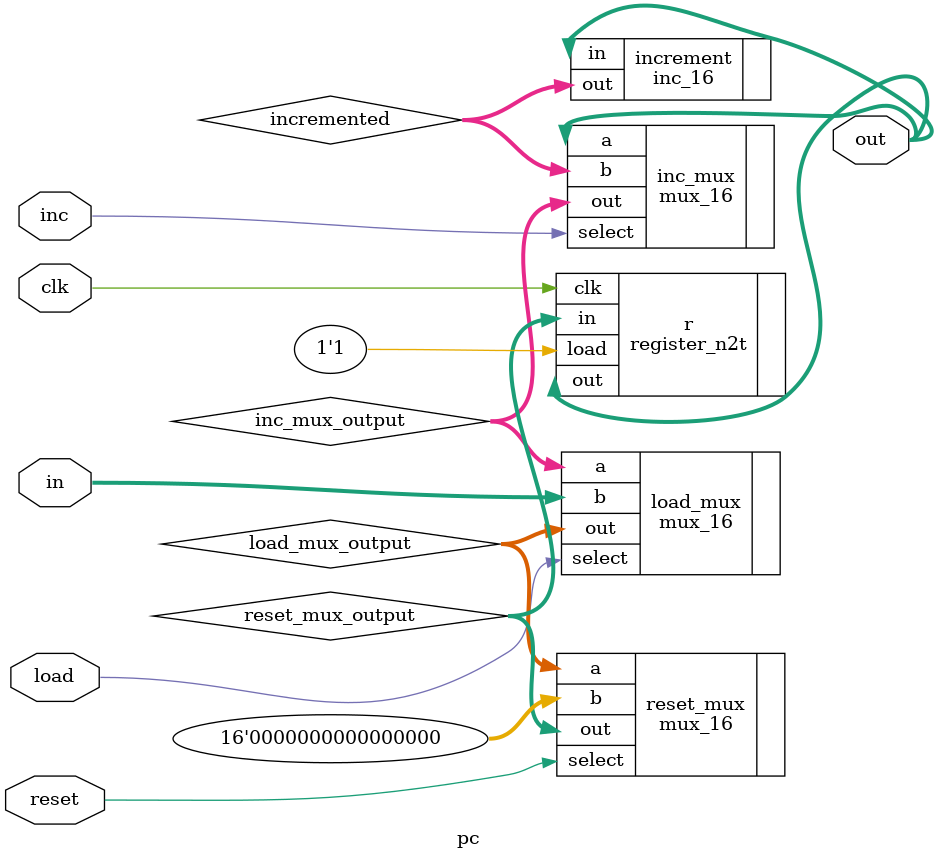
<source format=sv>
`ifndef inc_16
    `include "../02/inc_16.sv"
`endif
`ifndef mux_16
    `include "../01/mux_16.sv"
`endif
`ifndef or_n2t
    `include "../01/or_n2t.sv"
`endif
`ifndef register_n2t
    `include "register_n2t.sv"
`endif
`define pc 1

module pc(
    input  [15:0] in,
    input         load,
    input         inc,
    input         reset,
    input         clk,
    output [15:0] out
);

   wire [15:0] 	  incremented;

   inc_16 increment(.in(out), .out(incremented));

   wire [15:0] 	  inc_mux_output;
   mux_16 inc_mux(.a(out), .b(incremented), .select(inc), .out(inc_mux_output));
   wire [15:0] 	  load_mux_output;
   mux_16 load_mux(.a(inc_mux_output), .b(in), .select(load), .out(load_mux_output));
   wire [15:0] 	  reset_mux_output;
   mux_16 reset_mux(.a(load_mux_output), .b(16'b0), .select(reset), .out(reset_mux_output));

   register_n2t r(.in(reset_mux_output), .load(1'b1), .clk(clk), .out(out));
   

endmodule

</source>
